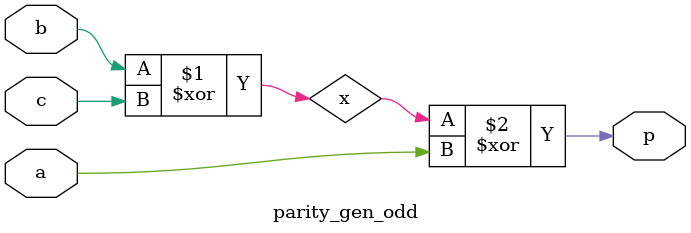
<source format=v>
module parity_gen_odd
  ( input a,b,c,
   output p);
  wire x;
  xor (x,b,c);
  xor (p,x,a);
endmodule

</source>
